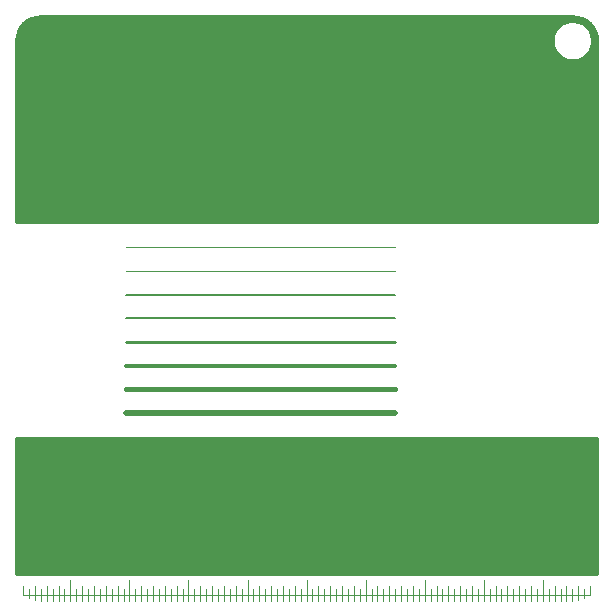
<source format=gbl>
%TF.GenerationSoftware,KiCad,Pcbnew,(5.1.10)-1*%
%TF.CreationDate,2021-10-09T18:12:54+02:00*%
%TF.ProjectId,ColorTest,436f6c6f-7254-4657-9374-2e6b69636164,rev?*%
%TF.SameCoordinates,Original*%
%TF.FileFunction,Copper,L2,Bot*%
%TF.FilePolarity,Positive*%
%FSLAX46Y46*%
G04 Gerber Fmt 4.6, Leading zero omitted, Abs format (unit mm)*
G04 Created by KiCad (PCBNEW (5.1.10)-1) date 2021-10-09 18:12:54*
%MOMM*%
%LPD*%
G01*
G04 APERTURE LIST*
%TA.AperFunction,NonConductor*%
%ADD10C,0.100000*%
%TD*%
%TA.AperFunction,NonConductor*%
%ADD11C,0.250000*%
%TD*%
%TA.AperFunction,NonConductor*%
%ADD12C,0.125000*%
%TD*%
%TA.AperFunction,NonConductor*%
%ADD13C,0.150000*%
%TD*%
%TA.AperFunction,NonConductor*%
%ADD14C,0.200000*%
%TD*%
%TA.AperFunction,NonConductor*%
%ADD15C,0.500000*%
%TD*%
%TA.AperFunction,NonConductor*%
%ADD16C,0.300000*%
%TD*%
%TA.AperFunction,NonConductor*%
%ADD17C,0.400000*%
%TD*%
%TA.AperFunction,EtchedComponent*%
%ADD18C,0.125000*%
%TD*%
%TA.AperFunction,NonConductor*%
%ADD19C,0.254000*%
%TD*%
G04 APERTURE END LIST*
D10*
X59750000Y-70000000D02*
X82500000Y-70000000D01*
D11*
X59750000Y-78000000D02*
X82500000Y-78000000D01*
D12*
X59750000Y-72000000D02*
X82500000Y-72000000D01*
D13*
X59750000Y-74000000D02*
X82500000Y-74000000D01*
D14*
X59750000Y-76000000D02*
X82500000Y-76000000D01*
D15*
X59750000Y-84000000D02*
X82500000Y-84000000D01*
D16*
X59750000Y-80000000D02*
X82500000Y-80000000D01*
D17*
X59750000Y-82000000D02*
X82500000Y-82000000D01*
D18*
%TO.C,REF\u002A\u002A*%
X99000000Y-99400000D02*
X99000000Y-98650000D01*
X98500000Y-99700000D02*
X98500000Y-98900000D01*
X98000000Y-99850000D02*
X98000000Y-98650000D01*
X97500000Y-99900000D02*
X97500000Y-98900000D01*
X97000000Y-99900000D02*
X97000000Y-98650000D01*
X96500000Y-99900000D02*
X96500000Y-98900000D01*
X96000000Y-99900000D02*
X96000000Y-98650000D01*
X95500000Y-99900000D02*
X95500000Y-98900000D01*
X95000000Y-99900000D02*
X95000000Y-98150000D01*
X91500000Y-99900000D02*
X91500000Y-98900000D01*
X91000000Y-99900000D02*
X91000000Y-98650000D01*
X90500000Y-99900000D02*
X90500000Y-98900000D01*
X94500000Y-99900000D02*
X94500000Y-98900000D01*
X94000000Y-99900000D02*
X94000000Y-98650000D01*
X93500000Y-99900000D02*
X93500000Y-98900000D01*
X93000000Y-99900000D02*
X93000000Y-98650000D01*
X92500000Y-99900000D02*
X92500000Y-98900000D01*
X92000000Y-99900000D02*
X92000000Y-98650000D01*
X90000000Y-99900000D02*
X90000000Y-98150000D01*
X86500000Y-99900000D02*
X86500000Y-98900000D01*
X86000000Y-99900000D02*
X86000000Y-98650000D01*
X85500000Y-99900000D02*
X85500000Y-98900000D01*
X89500000Y-99900000D02*
X89500000Y-98900000D01*
X89000000Y-99900000D02*
X89000000Y-98650000D01*
X88500000Y-99900000D02*
X88500000Y-98900000D01*
X88000000Y-99900000D02*
X88000000Y-98650000D01*
X87500000Y-99900000D02*
X87500000Y-98900000D01*
X87000000Y-99900000D02*
X87000000Y-98650000D01*
X80000000Y-99900000D02*
X80000000Y-98150000D01*
X85000000Y-99900000D02*
X85000000Y-98150000D01*
X83000000Y-99900000D02*
X83000000Y-98650000D01*
X82000000Y-99900000D02*
X82000000Y-98650000D01*
X84500000Y-99900000D02*
X84500000Y-98900000D01*
X81500000Y-99900000D02*
X81500000Y-98900000D01*
X83500000Y-99900000D02*
X83500000Y-98900000D01*
X80500000Y-99900000D02*
X80500000Y-98900000D01*
X82500000Y-99900000D02*
X82500000Y-98900000D01*
X84000000Y-99900000D02*
X84000000Y-98650000D01*
X81000000Y-99900000D02*
X81000000Y-98650000D01*
X76500000Y-99900000D02*
X76500000Y-98900000D01*
X76000000Y-99900000D02*
X76000000Y-98650000D01*
X75500000Y-99900000D02*
X75500000Y-98900000D01*
X79500000Y-99900000D02*
X79500000Y-98900000D01*
X79000000Y-99900000D02*
X79000000Y-98650000D01*
X78500000Y-99900000D02*
X78500000Y-98900000D01*
X78000000Y-99900000D02*
X78000000Y-98650000D01*
X77500000Y-99900000D02*
X77500000Y-98900000D01*
X77000000Y-99900000D02*
X77000000Y-98650000D01*
X70000000Y-99900000D02*
X70000000Y-98150000D01*
X75000000Y-99900000D02*
X75000000Y-98150000D01*
X73000000Y-99900000D02*
X73000000Y-98650000D01*
X72000000Y-99900000D02*
X72000000Y-98650000D01*
X74500000Y-99900000D02*
X74500000Y-98900000D01*
X71500000Y-99900000D02*
X71500000Y-98900000D01*
X73500000Y-99900000D02*
X73500000Y-98900000D01*
X70500000Y-99900000D02*
X70500000Y-98900000D01*
X72500000Y-99900000D02*
X72500000Y-98900000D01*
X74000000Y-99900000D02*
X74000000Y-98650000D01*
X71000000Y-99900000D02*
X71000000Y-98650000D01*
X66500000Y-99900000D02*
X66500000Y-98900000D01*
X66000000Y-99900000D02*
X66000000Y-98650000D01*
X65500000Y-99900000D02*
X65500000Y-98900000D01*
X69500000Y-99900000D02*
X69500000Y-98900000D01*
X69000000Y-99900000D02*
X69000000Y-98650000D01*
X68500000Y-99900000D02*
X68500000Y-98900000D01*
X68000000Y-99900000D02*
X68000000Y-98650000D01*
X67500000Y-99900000D02*
X67500000Y-98900000D01*
X67000000Y-99900000D02*
X67000000Y-98650000D01*
X60000000Y-99900000D02*
X60000000Y-98150000D01*
X65000000Y-99900000D02*
X65000000Y-98150000D01*
X63000000Y-99900000D02*
X63000000Y-98650000D01*
X62000000Y-99900000D02*
X62000000Y-98650000D01*
X64500000Y-99900000D02*
X64500000Y-98900000D01*
X61500000Y-99900000D02*
X61500000Y-98900000D01*
X63500000Y-99900000D02*
X63500000Y-98900000D01*
X60500000Y-99900000D02*
X60500000Y-98900000D01*
X62500000Y-99900000D02*
X62500000Y-98900000D01*
X64000000Y-99900000D02*
X64000000Y-98650000D01*
X61000000Y-99900000D02*
X61000000Y-98650000D01*
X56500000Y-99900000D02*
X56500000Y-98900000D01*
X56000000Y-99900000D02*
X56000000Y-98650000D01*
X55500000Y-99900000D02*
X55500000Y-98900000D01*
X59500000Y-99900000D02*
X59500000Y-98900000D01*
X59000000Y-99900000D02*
X59000000Y-98650000D01*
X58500000Y-99900000D02*
X58500000Y-98900000D01*
X58000000Y-99900000D02*
X58000000Y-98650000D01*
X57500000Y-99900000D02*
X57500000Y-98900000D01*
X57000000Y-99900000D02*
X57000000Y-98650000D01*
X55000000Y-99900000D02*
X55000000Y-98150000D01*
X99000000Y-99400000D02*
X51000000Y-99400000D01*
X54000000Y-99900000D02*
X54000000Y-98650000D01*
X51500000Y-99700000D02*
X51500000Y-98900000D01*
X53500000Y-99900000D02*
X53500000Y-98900000D01*
X54500000Y-99900000D02*
X54500000Y-98900000D01*
X52500000Y-99900000D02*
X52500000Y-98900000D01*
X53000000Y-99900000D02*
X53000000Y-98650000D01*
X51000000Y-99400000D02*
X51000000Y-98650000D01*
X52000000Y-99850000D02*
X52000000Y-98650000D01*
%TD*%
D19*
X99594001Y-97480136D02*
X99579993Y-97623000D01*
X50419391Y-97623000D01*
X50406000Y-97495594D01*
X50406000Y-86127000D01*
X99594001Y-86127000D01*
X99594001Y-97480136D01*
%TA.AperFunction,NonConductor*%
D10*
G36*
X99594001Y-97480136D02*
G01*
X99579993Y-97623000D01*
X50419391Y-97623000D01*
X50406000Y-97495594D01*
X50406000Y-86127000D01*
X99594001Y-86127000D01*
X99594001Y-97480136D01*
G37*
%TD.AperFunction*%
D19*
X97906345Y-50447789D02*
X98297222Y-50565802D01*
X98657723Y-50757484D01*
X98974131Y-51015539D01*
X99234390Y-51330138D01*
X99428586Y-51689295D01*
X99549323Y-52079333D01*
X99594000Y-52504406D01*
X99594000Y-67873000D01*
X50406000Y-67873000D01*
X50406000Y-52519854D01*
X50424054Y-52335723D01*
X95832070Y-52335723D01*
X95832070Y-52664277D01*
X95896168Y-52986517D01*
X96021900Y-53290061D01*
X96204434Y-53563243D01*
X96436757Y-53795566D01*
X96709939Y-53978100D01*
X97013483Y-54103832D01*
X97335723Y-54167930D01*
X97664277Y-54167930D01*
X97986517Y-54103832D01*
X98290061Y-53978100D01*
X98563243Y-53795566D01*
X98795566Y-53563243D01*
X98978100Y-53290061D01*
X99103832Y-52986517D01*
X99167930Y-52664277D01*
X99167930Y-52335723D01*
X99103832Y-52013483D01*
X98978100Y-51709939D01*
X98795566Y-51436757D01*
X98563243Y-51204434D01*
X98290061Y-51021900D01*
X97986517Y-50896168D01*
X97664277Y-50832070D01*
X97335723Y-50832070D01*
X97013483Y-50896168D01*
X96709939Y-51021900D01*
X96436757Y-51204434D01*
X96204434Y-51436757D01*
X96021900Y-51709939D01*
X95896168Y-52013483D01*
X95832070Y-52335723D01*
X50424054Y-52335723D01*
X50447789Y-52093655D01*
X50565802Y-51702778D01*
X50757484Y-51342277D01*
X51015539Y-51025869D01*
X51330138Y-50765610D01*
X51689295Y-50571414D01*
X52079333Y-50450677D01*
X52504406Y-50406000D01*
X97480146Y-50406000D01*
X97906345Y-50447789D01*
%TA.AperFunction,NonConductor*%
D10*
G36*
X97906345Y-50447789D02*
G01*
X98297222Y-50565802D01*
X98657723Y-50757484D01*
X98974131Y-51015539D01*
X99234390Y-51330138D01*
X99428586Y-51689295D01*
X99549323Y-52079333D01*
X99594000Y-52504406D01*
X99594000Y-67873000D01*
X50406000Y-67873000D01*
X50406000Y-52519854D01*
X50424054Y-52335723D01*
X95832070Y-52335723D01*
X95832070Y-52664277D01*
X95896168Y-52986517D01*
X96021900Y-53290061D01*
X96204434Y-53563243D01*
X96436757Y-53795566D01*
X96709939Y-53978100D01*
X97013483Y-54103832D01*
X97335723Y-54167930D01*
X97664277Y-54167930D01*
X97986517Y-54103832D01*
X98290061Y-53978100D01*
X98563243Y-53795566D01*
X98795566Y-53563243D01*
X98978100Y-53290061D01*
X99103832Y-52986517D01*
X99167930Y-52664277D01*
X99167930Y-52335723D01*
X99103832Y-52013483D01*
X98978100Y-51709939D01*
X98795566Y-51436757D01*
X98563243Y-51204434D01*
X98290061Y-51021900D01*
X97986517Y-50896168D01*
X97664277Y-50832070D01*
X97335723Y-50832070D01*
X97013483Y-50896168D01*
X96709939Y-51021900D01*
X96436757Y-51204434D01*
X96204434Y-51436757D01*
X96021900Y-51709939D01*
X95896168Y-52013483D01*
X95832070Y-52335723D01*
X50424054Y-52335723D01*
X50447789Y-52093655D01*
X50565802Y-51702778D01*
X50757484Y-51342277D01*
X51015539Y-51025869D01*
X51330138Y-50765610D01*
X51689295Y-50571414D01*
X52079333Y-50450677D01*
X52504406Y-50406000D01*
X97480146Y-50406000D01*
X97906345Y-50447789D01*
G37*
%TD.AperFunction*%
M02*

</source>
